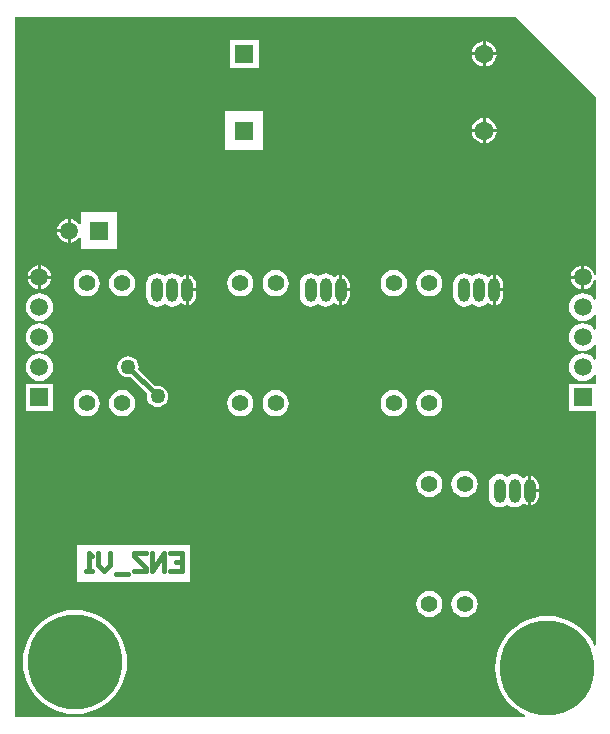
<source format=gbl>
G04*
G04 #@! TF.GenerationSoftware,Altium Limited,Altium Designer,20.0.13 (296)*
G04*
G04 Layer_Physical_Order=2*
G04 Layer_Color=16711680*
%FSLAX25Y25*%
%MOIN*%
G70*
G01*
G75*
%ADD12C,0.01600*%
%ADD13C,0.01787*%
%ADD14O,0.03937X0.07874*%
%ADD15O,0.03937X0.07874*%
%ADD16C,0.05512*%
%ADD17C,0.31496*%
%ADD18C,0.06299*%
%ADD19R,0.06299X0.06299*%
%ADD20R,0.05906X0.05906*%
%ADD21C,0.05906*%
%ADD22R,0.05906X0.05906*%
%ADD23C,0.05000*%
G36*
X195321Y208028D02*
Y148827D01*
X194821Y148794D01*
X194796Y148985D01*
X194398Y149946D01*
X193764Y150772D01*
X192938Y151406D01*
X191977Y151804D01*
X191445Y151874D01*
Y147953D01*
Y144032D01*
X191977Y144102D01*
X192938Y144500D01*
X193764Y145134D01*
X194398Y145959D01*
X194796Y146921D01*
X194821Y147112D01*
X195321Y147079D01*
Y140543D01*
X194821Y140380D01*
X194192Y141200D01*
X193241Y141930D01*
X192133Y142388D01*
X190945Y142545D01*
X189756Y142388D01*
X188649Y141930D01*
X187698Y141200D01*
X186968Y140249D01*
X186509Y139141D01*
X186353Y137953D01*
X186509Y136764D01*
X186968Y135657D01*
X187698Y134706D01*
X188649Y133976D01*
X189756Y133517D01*
X190945Y133361D01*
X192133Y133517D01*
X193241Y133976D01*
X194192Y134706D01*
X194821Y135526D01*
X195321Y135362D01*
Y130543D01*
X194821Y130380D01*
X194192Y131200D01*
X193241Y131930D01*
X192133Y132388D01*
X190945Y132545D01*
X189756Y132388D01*
X188649Y131930D01*
X187698Y131200D01*
X186968Y130249D01*
X186509Y129141D01*
X186353Y127953D01*
X186509Y126764D01*
X186968Y125657D01*
X187698Y124706D01*
X188649Y123976D01*
X189756Y123517D01*
X190945Y123361D01*
X192133Y123517D01*
X193241Y123976D01*
X194192Y124706D01*
X194821Y125525D01*
X195321Y125362D01*
Y120543D01*
X194821Y120380D01*
X194192Y121200D01*
X193241Y121930D01*
X192133Y122388D01*
X190945Y122545D01*
X189756Y122388D01*
X188649Y121930D01*
X187698Y121200D01*
X186968Y120249D01*
X186509Y119141D01*
X186353Y117953D01*
X186509Y116764D01*
X186968Y115657D01*
X187698Y114706D01*
X188649Y113976D01*
X189756Y113517D01*
X190945Y113361D01*
X192133Y113517D01*
X193241Y113976D01*
X194192Y114706D01*
X194821Y115525D01*
X195321Y115362D01*
Y112505D01*
X186392D01*
Y103400D01*
X195321D01*
Y25246D01*
X194821Y25130D01*
X194190Y26409D01*
X192927Y28300D01*
X191427Y30010D01*
X189717Y31509D01*
X187827Y32773D01*
X185787Y33778D01*
X183633Y34509D01*
X181403Y34953D01*
X179134Y35102D01*
X176865Y34953D01*
X174634Y34509D01*
X172481Y33778D01*
X170441Y32773D01*
X168550Y31509D01*
X166841Y30010D01*
X165341Y28300D01*
X164078Y26409D01*
X163072Y24370D01*
X162341Y22216D01*
X161897Y19986D01*
X161749Y17717D01*
X161897Y15447D01*
X162341Y13217D01*
X163072Y11063D01*
X164078Y9024D01*
X165341Y7133D01*
X166841Y5423D01*
X168550Y3924D01*
X170441Y2661D01*
X171721Y2029D01*
X171604Y1529D01*
X1529D01*
Y234691D01*
X168658D01*
X195321Y208028D01*
D02*
G37*
%LPC*%
G36*
X158610Y226560D02*
Y222941D01*
X162230D01*
X162153Y223524D01*
X161735Y224534D01*
X161070Y225400D01*
X160203Y226066D01*
X159194Y226484D01*
X158610Y226560D01*
D02*
G37*
G36*
X157610D02*
X157027Y226484D01*
X156017Y226066D01*
X155151Y225400D01*
X154486Y224534D01*
X154067Y223524D01*
X153991Y222941D01*
X157610D01*
Y226560D01*
D02*
G37*
G36*
X162230Y221941D02*
X158610D01*
Y218321D01*
X159194Y218398D01*
X160203Y218816D01*
X161070Y219481D01*
X161735Y220348D01*
X162153Y221358D01*
X162230Y221941D01*
D02*
G37*
G36*
X157610D02*
X153991D01*
X154067Y221358D01*
X154486Y220348D01*
X155151Y219481D01*
X156017Y218816D01*
X157027Y218398D01*
X157610Y218321D01*
Y221941D01*
D02*
G37*
G36*
X82860Y227190D02*
X73361D01*
Y217691D01*
X82860D01*
Y227190D01*
D02*
G37*
G36*
X158610Y200970D02*
Y197350D01*
X162230D01*
X162153Y197934D01*
X161735Y198943D01*
X161070Y199810D01*
X160203Y200475D01*
X159194Y200893D01*
X158610Y200970D01*
D02*
G37*
G36*
X157610D02*
X157027Y200893D01*
X156017Y200475D01*
X155151Y199810D01*
X154486Y198943D01*
X154067Y197934D01*
X153991Y197350D01*
X157610D01*
Y200970D01*
D02*
G37*
G36*
X162230Y196350D02*
X158610D01*
Y192731D01*
X159194Y192808D01*
X160203Y193226D01*
X161070Y193891D01*
X161735Y194758D01*
X162153Y195767D01*
X162230Y196350D01*
D02*
G37*
G36*
X157610D02*
X153991D01*
X154067Y195767D01*
X154486Y194758D01*
X155151Y193891D01*
X156017Y193226D01*
X157027Y192808D01*
X157610Y192731D01*
Y196350D01*
D02*
G37*
G36*
X84460Y203200D02*
X71761D01*
Y190501D01*
X84460D01*
Y203200D01*
D02*
G37*
G36*
X35838Y169539D02*
X23532D01*
Y165686D01*
X23032Y165517D01*
X22504Y166205D01*
X21678Y166839D01*
X20717Y167237D01*
X20185Y167307D01*
Y163386D01*
Y159465D01*
X20717Y159535D01*
X21678Y159933D01*
X22504Y160567D01*
X23032Y161255D01*
X23532Y161085D01*
Y157233D01*
X35838D01*
Y169539D01*
D02*
G37*
G36*
X19185Y167307D02*
X18653Y167237D01*
X17692Y166839D01*
X16866Y166205D01*
X16232Y165379D01*
X15834Y164418D01*
X15764Y163886D01*
X19185D01*
Y167307D01*
D02*
G37*
G36*
Y162886D02*
X15764D01*
X15834Y162354D01*
X16232Y161392D01*
X16866Y160567D01*
X17692Y159933D01*
X18653Y159535D01*
X19185Y159465D01*
Y162886D01*
D02*
G37*
G36*
X10343Y151874D02*
Y148453D01*
X13764D01*
X13693Y148985D01*
X13295Y149946D01*
X12662Y150772D01*
X11836Y151406D01*
X10874Y151804D01*
X10343Y151874D01*
D02*
G37*
G36*
X9342D02*
X8811Y151804D01*
X7849Y151406D01*
X7023Y150772D01*
X6390Y149946D01*
X5991Y148985D01*
X5922Y148453D01*
X9342D01*
Y151874D01*
D02*
G37*
G36*
X190445D02*
X189913Y151804D01*
X188951Y151406D01*
X188126Y150772D01*
X187492Y149946D01*
X187094Y148985D01*
X187024Y148453D01*
X190445D01*
Y151874D01*
D02*
G37*
G36*
X161917Y148598D02*
Y144201D01*
X164411D01*
Y145669D01*
X164309Y146444D01*
X164010Y147166D01*
X163534Y147786D01*
X162914Y148262D01*
X162192Y148561D01*
X161917Y148598D01*
D02*
G37*
G36*
X110736D02*
Y144201D01*
X113230D01*
Y145669D01*
X113128Y146444D01*
X112829Y147166D01*
X112353Y147786D01*
X111733Y148262D01*
X111011Y148561D01*
X110736Y148598D01*
D02*
G37*
G36*
X59555D02*
Y144201D01*
X62049D01*
Y145669D01*
X61947Y146444D01*
X61648Y147166D01*
X61172Y147786D01*
X60552Y148262D01*
X59830Y148561D01*
X59555Y148598D01*
D02*
G37*
G36*
X13764Y147453D02*
X10343D01*
Y144032D01*
X10874Y144102D01*
X11836Y144500D01*
X12662Y145134D01*
X13295Y145959D01*
X13693Y146921D01*
X13764Y147453D01*
D02*
G37*
G36*
X9342D02*
X5922D01*
X5991Y146921D01*
X6390Y145959D01*
X7023Y145134D01*
X7849Y144500D01*
X8811Y144102D01*
X9342Y144032D01*
Y147453D01*
D02*
G37*
G36*
X190445D02*
X187024D01*
X187094Y146921D01*
X187492Y145959D01*
X188126Y145134D01*
X188951Y144500D01*
X189913Y144102D01*
X190445Y144032D01*
Y147453D01*
D02*
G37*
G36*
X139764Y150378D02*
X138627Y150228D01*
X137567Y149789D01*
X136657Y149091D01*
X135959Y148181D01*
X135520Y147121D01*
X135370Y145984D01*
X135520Y144847D01*
X135959Y143788D01*
X136657Y142878D01*
X137567Y142179D01*
X138627Y141741D01*
X139764Y141591D01*
X140901Y141741D01*
X141961Y142179D01*
X142870Y142878D01*
X143569Y143788D01*
X144008Y144847D01*
X144157Y145984D01*
X144008Y147121D01*
X143569Y148181D01*
X142870Y149091D01*
X141961Y149789D01*
X140901Y150228D01*
X139764Y150378D01*
D02*
G37*
G36*
X127953D02*
X126816Y150228D01*
X125756Y149789D01*
X124846Y149091D01*
X124148Y148181D01*
X123709Y147121D01*
X123559Y145984D01*
X123709Y144847D01*
X124148Y143788D01*
X124846Y142878D01*
X125756Y142179D01*
X126816Y141741D01*
X127953Y141591D01*
X129090Y141741D01*
X130149Y142179D01*
X131059Y142878D01*
X131758Y143788D01*
X132197Y144847D01*
X132346Y145984D01*
X132197Y147121D01*
X131758Y148181D01*
X131059Y149091D01*
X130149Y149789D01*
X129090Y150228D01*
X127953Y150378D01*
D02*
G37*
G36*
X88583D02*
X87446Y150228D01*
X86386Y149789D01*
X85476Y149091D01*
X84778Y148181D01*
X84339Y147121D01*
X84189Y145984D01*
X84339Y144847D01*
X84778Y143788D01*
X85476Y142878D01*
X86386Y142179D01*
X87446Y141741D01*
X88583Y141591D01*
X89720Y141741D01*
X90779Y142179D01*
X91689Y142878D01*
X92387Y143788D01*
X92826Y144847D01*
X92976Y145984D01*
X92826Y147121D01*
X92387Y148181D01*
X91689Y149091D01*
X90779Y149789D01*
X89720Y150228D01*
X88583Y150378D01*
D02*
G37*
G36*
X76772D02*
X75634Y150228D01*
X74575Y149789D01*
X73665Y149091D01*
X72967Y148181D01*
X72528Y147121D01*
X72378Y145984D01*
X72528Y144847D01*
X72967Y143788D01*
X73665Y142878D01*
X74575Y142179D01*
X75634Y141741D01*
X76772Y141591D01*
X77909Y141741D01*
X78968Y142179D01*
X79878Y142878D01*
X80576Y143788D01*
X81015Y144847D01*
X81165Y145984D01*
X81015Y147121D01*
X80576Y148181D01*
X79878Y149091D01*
X78968Y149789D01*
X77909Y150228D01*
X76772Y150378D01*
D02*
G37*
G36*
X37402D02*
X36264Y150228D01*
X35205Y149789D01*
X34295Y149091D01*
X33597Y148181D01*
X33158Y147121D01*
X33008Y145984D01*
X33158Y144847D01*
X33597Y143788D01*
X34295Y142878D01*
X35205Y142179D01*
X36264Y141741D01*
X37402Y141591D01*
X38539Y141741D01*
X39598Y142179D01*
X40508Y142878D01*
X41206Y143788D01*
X41645Y144847D01*
X41795Y145984D01*
X41645Y147121D01*
X41206Y148181D01*
X40508Y149091D01*
X39598Y149789D01*
X38539Y150228D01*
X37402Y150378D01*
D02*
G37*
G36*
X25591D02*
X24453Y150228D01*
X23394Y149789D01*
X22484Y149091D01*
X21786Y148181D01*
X21347Y147121D01*
X21197Y145984D01*
X21347Y144847D01*
X21786Y143788D01*
X22484Y142878D01*
X23394Y142179D01*
X24453Y141741D01*
X25591Y141591D01*
X26728Y141741D01*
X27787Y142179D01*
X28697Y142878D01*
X29395Y143788D01*
X29834Y144847D01*
X29984Y145984D01*
X29834Y147121D01*
X29395Y148181D01*
X28697Y149091D01*
X27787Y149789D01*
X26728Y150228D01*
X25591Y150378D01*
D02*
G37*
G36*
X62049Y143201D02*
X59555D01*
Y138804D01*
X59830Y138840D01*
X60552Y139139D01*
X61172Y139615D01*
X61648Y140235D01*
X61947Y140957D01*
X62049Y141732D01*
Y143201D01*
D02*
G37*
G36*
X113230Y143201D02*
X110736D01*
Y138804D01*
X111011Y138840D01*
X111733Y139139D01*
X112353Y139615D01*
X112829Y140235D01*
X113128Y140957D01*
X113230Y141732D01*
Y143201D01*
D02*
G37*
G36*
X164411D02*
X161917D01*
Y138804D01*
X162192Y138840D01*
X162914Y139139D01*
X163534Y139615D01*
X164010Y140235D01*
X164309Y140957D01*
X164411Y141732D01*
Y143201D01*
D02*
G37*
G36*
X151417Y149269D02*
X150486Y149146D01*
X149618Y148786D01*
X148872Y148214D01*
X148300Y147469D01*
X147941Y146601D01*
X147818Y145669D01*
Y141732D01*
X147941Y140801D01*
X148300Y139933D01*
X148872Y139187D01*
X149618Y138615D01*
X150486Y138256D01*
X151417Y138133D01*
X152349Y138256D01*
X153217Y138615D01*
X153917Y139153D01*
X154618Y138615D01*
X155486Y138256D01*
X156417Y138133D01*
X157349Y138256D01*
X158217Y138615D01*
X158962Y139187D01*
X159291Y139615D01*
X159300D01*
X159920Y139139D01*
X160642Y138840D01*
X160917Y138804D01*
Y143701D01*
Y148598D01*
X160642Y148561D01*
X159920Y148262D01*
X159300Y147786D01*
X159291D01*
X158962Y148214D01*
X158217Y148786D01*
X157349Y149146D01*
X156417Y149269D01*
X155486Y149146D01*
X154618Y148786D01*
X153917Y148249D01*
X153217Y148786D01*
X152349Y149146D01*
X151417Y149269D01*
D02*
G37*
G36*
X100236D02*
X99305Y149146D01*
X98437Y148786D01*
X97691Y148214D01*
X97119Y147469D01*
X96760Y146601D01*
X96637Y145669D01*
Y141732D01*
X96760Y140801D01*
X97119Y139933D01*
X97691Y139187D01*
X98437Y138615D01*
X99305Y138256D01*
X100236Y138133D01*
X101168Y138256D01*
X102036Y138615D01*
X102736Y139153D01*
X103437Y138615D01*
X104305Y138256D01*
X105236Y138133D01*
X106168Y138256D01*
X107036Y138615D01*
X107781Y139187D01*
X108110Y139615D01*
X108119D01*
X108739Y139139D01*
X109461Y138840D01*
X109736Y138804D01*
Y143701D01*
Y148598D01*
X109461Y148561D01*
X108739Y148262D01*
X108119Y147786D01*
X108110D01*
X107781Y148214D01*
X107036Y148786D01*
X106168Y149146D01*
X105236Y149269D01*
X104305Y149146D01*
X103437Y148786D01*
X102736Y148249D01*
X102036Y148786D01*
X101168Y149146D01*
X100236Y149269D01*
D02*
G37*
G36*
X49055D02*
X48124Y149146D01*
X47256Y148786D01*
X46510Y148214D01*
X45938Y147469D01*
X45579Y146601D01*
X45456Y145669D01*
Y141732D01*
X45579Y140801D01*
X45938Y139933D01*
X46510Y139187D01*
X47256Y138615D01*
X48124Y138256D01*
X49055Y138133D01*
X49987Y138256D01*
X50855Y138615D01*
X51555Y139153D01*
X52255Y138615D01*
X53124Y138256D01*
X54055Y138133D01*
X54987Y138256D01*
X55855Y138615D01*
X56600Y139187D01*
X56928Y139615D01*
X56938D01*
X57558Y139139D01*
X58280Y138840D01*
X58555Y138804D01*
Y143701D01*
Y148598D01*
X58280Y148561D01*
X57558Y148262D01*
X56938Y147786D01*
X56928D01*
X56600Y148214D01*
X55855Y148786D01*
X54987Y149146D01*
X54055Y149269D01*
X53124Y149146D01*
X52255Y148786D01*
X51555Y148249D01*
X50855Y148786D01*
X49987Y149146D01*
X49055Y149269D01*
D02*
G37*
G36*
X9843Y142545D02*
X8654Y142388D01*
X7547Y141930D01*
X6595Y141200D01*
X5866Y140249D01*
X5407Y139141D01*
X5251Y137953D01*
X5407Y136764D01*
X5866Y135657D01*
X6595Y134706D01*
X7547Y133976D01*
X8654Y133517D01*
X9843Y133361D01*
X11031Y133517D01*
X12139Y133976D01*
X13090Y134706D01*
X13819Y135657D01*
X14278Y136764D01*
X14435Y137953D01*
X14278Y139141D01*
X13819Y140249D01*
X13090Y141200D01*
X12139Y141930D01*
X11031Y142388D01*
X9843Y142545D01*
D02*
G37*
G36*
Y132545D02*
X8654Y132388D01*
X7547Y131930D01*
X6595Y131200D01*
X5866Y130249D01*
X5407Y129141D01*
X5251Y127953D01*
X5407Y126764D01*
X5866Y125657D01*
X6595Y124706D01*
X7547Y123976D01*
X8654Y123517D01*
X9843Y123361D01*
X11031Y123517D01*
X12139Y123976D01*
X13090Y124706D01*
X13819Y125657D01*
X14278Y126764D01*
X14435Y127953D01*
X14278Y129141D01*
X13819Y130249D01*
X13090Y131200D01*
X12139Y131930D01*
X11031Y132388D01*
X9843Y132545D01*
D02*
G37*
G36*
Y122545D02*
X8654Y122388D01*
X7547Y121930D01*
X6595Y121200D01*
X5866Y120249D01*
X5407Y119141D01*
X5251Y117953D01*
X5407Y116764D01*
X5866Y115657D01*
X6595Y114706D01*
X7547Y113976D01*
X8654Y113517D01*
X9843Y113361D01*
X11031Y113517D01*
X12139Y113976D01*
X13090Y114706D01*
X13819Y115657D01*
X14278Y116764D01*
X14435Y117953D01*
X14278Y119141D01*
X13819Y120249D01*
X13090Y121200D01*
X12139Y121930D01*
X11031Y122388D01*
X9843Y122545D01*
D02*
G37*
G36*
X39370Y121640D02*
X38456Y121520D01*
X37605Y121168D01*
X36874Y120607D01*
X36313Y119875D01*
X35960Y119024D01*
X35840Y118110D01*
X35960Y117197D01*
X36313Y116345D01*
X36874Y115614D01*
X37605Y115053D01*
X38456Y114700D01*
X39370Y114580D01*
X40196Y114689D01*
X45791Y109094D01*
X45682Y108268D01*
X45803Y107354D01*
X46155Y106503D01*
X46716Y105772D01*
X47447Y105210D01*
X48299Y104858D01*
X49213Y104737D01*
X50126Y104858D01*
X50978Y105210D01*
X51709Y105772D01*
X52270Y106503D01*
X52622Y107354D01*
X52743Y108268D01*
X52622Y109181D01*
X52270Y110033D01*
X51709Y110764D01*
X50978Y111325D01*
X50126Y111678D01*
X49213Y111798D01*
X48387Y111689D01*
X42792Y117284D01*
X42900Y118110D01*
X42780Y119024D01*
X42427Y119875D01*
X41866Y120607D01*
X41135Y121168D01*
X40284Y121520D01*
X39370Y121640D01*
D02*
G37*
G36*
X14395Y112505D02*
X5290D01*
Y103400D01*
X14395D01*
Y112505D01*
D02*
G37*
G36*
X139764Y110378D02*
X138627Y110228D01*
X137567Y109789D01*
X136657Y109091D01*
X135959Y108181D01*
X135520Y107121D01*
X135370Y105984D01*
X135520Y104847D01*
X135959Y103788D01*
X136657Y102878D01*
X137567Y102179D01*
X138627Y101741D01*
X139764Y101591D01*
X140901Y101741D01*
X141961Y102179D01*
X142870Y102878D01*
X143569Y103788D01*
X144008Y104847D01*
X144157Y105984D01*
X144008Y107121D01*
X143569Y108181D01*
X142870Y109091D01*
X141961Y109789D01*
X140901Y110228D01*
X139764Y110378D01*
D02*
G37*
G36*
X127953D02*
X126816Y110228D01*
X125756Y109789D01*
X124846Y109091D01*
X124148Y108181D01*
X123709Y107121D01*
X123559Y105984D01*
X123709Y104847D01*
X124148Y103788D01*
X124846Y102878D01*
X125756Y102179D01*
X126816Y101741D01*
X127953Y101591D01*
X129090Y101741D01*
X130149Y102179D01*
X131059Y102878D01*
X131758Y103788D01*
X132197Y104847D01*
X132346Y105984D01*
X132197Y107121D01*
X131758Y108181D01*
X131059Y109091D01*
X130149Y109789D01*
X129090Y110228D01*
X127953Y110378D01*
D02*
G37*
G36*
X88583D02*
X87446Y110228D01*
X86386Y109789D01*
X85476Y109091D01*
X84778Y108181D01*
X84339Y107121D01*
X84189Y105984D01*
X84339Y104847D01*
X84778Y103788D01*
X85476Y102878D01*
X86386Y102179D01*
X87446Y101741D01*
X88583Y101591D01*
X89720Y101741D01*
X90779Y102179D01*
X91689Y102878D01*
X92387Y103788D01*
X92826Y104847D01*
X92976Y105984D01*
X92826Y107121D01*
X92387Y108181D01*
X91689Y109091D01*
X90779Y109789D01*
X89720Y110228D01*
X88583Y110378D01*
D02*
G37*
G36*
X76772D02*
X75634Y110228D01*
X74575Y109789D01*
X73665Y109091D01*
X72967Y108181D01*
X72528Y107121D01*
X72378Y105984D01*
X72528Y104847D01*
X72967Y103788D01*
X73665Y102878D01*
X74575Y102179D01*
X75634Y101741D01*
X76772Y101591D01*
X77909Y101741D01*
X78968Y102179D01*
X79878Y102878D01*
X80576Y103788D01*
X81015Y104847D01*
X81165Y105984D01*
X81015Y107121D01*
X80576Y108181D01*
X79878Y109091D01*
X78968Y109789D01*
X77909Y110228D01*
X76772Y110378D01*
D02*
G37*
G36*
X37402D02*
X36264Y110228D01*
X35205Y109789D01*
X34295Y109091D01*
X33597Y108181D01*
X33158Y107121D01*
X33008Y105984D01*
X33158Y104847D01*
X33597Y103788D01*
X34295Y102878D01*
X35205Y102179D01*
X36264Y101741D01*
X37402Y101591D01*
X38539Y101741D01*
X39598Y102179D01*
X40508Y102878D01*
X41206Y103788D01*
X41645Y104847D01*
X41795Y105984D01*
X41645Y107121D01*
X41206Y108181D01*
X40508Y109091D01*
X39598Y109789D01*
X38539Y110228D01*
X37402Y110378D01*
D02*
G37*
G36*
X25591D02*
X24453Y110228D01*
X23394Y109789D01*
X22484Y109091D01*
X21786Y108181D01*
X21347Y107121D01*
X21197Y105984D01*
X21347Y104847D01*
X21786Y103788D01*
X22484Y102878D01*
X23394Y102179D01*
X24453Y101741D01*
X25591Y101591D01*
X26728Y101741D01*
X27787Y102179D01*
X28697Y102878D01*
X29395Y103788D01*
X29834Y104847D01*
X29984Y105984D01*
X29834Y107121D01*
X29395Y108181D01*
X28697Y109091D01*
X27787Y109789D01*
X26728Y110228D01*
X25591Y110378D01*
D02*
G37*
G36*
X173728Y81669D02*
Y77272D01*
X176223D01*
Y78740D01*
X176120Y79515D01*
X175821Y80237D01*
X175346Y80857D01*
X174725Y81333D01*
X174003Y81632D01*
X173728Y81669D01*
D02*
G37*
G36*
X151575Y83449D02*
X150438Y83299D01*
X149378Y82860D01*
X148468Y82162D01*
X147770Y81252D01*
X147331Y80192D01*
X147181Y79055D01*
X147331Y77918D01*
X147770Y76858D01*
X148468Y75949D01*
X149378Y75250D01*
X150438Y74811D01*
X151575Y74662D01*
X152712Y74811D01*
X153771Y75250D01*
X154682Y75949D01*
X155380Y76858D01*
X155819Y77918D01*
X155968Y79055D01*
X155819Y80192D01*
X155380Y81252D01*
X154682Y82162D01*
X153771Y82860D01*
X152712Y83299D01*
X151575Y83449D01*
D02*
G37*
G36*
X139764D02*
X138627Y83299D01*
X137567Y82860D01*
X136657Y82162D01*
X135959Y81252D01*
X135520Y80192D01*
X135370Y79055D01*
X135520Y77918D01*
X135959Y76858D01*
X136657Y75949D01*
X137567Y75250D01*
X138627Y74811D01*
X139764Y74662D01*
X140901Y74811D01*
X141961Y75250D01*
X142870Y75949D01*
X143569Y76858D01*
X144008Y77918D01*
X144157Y79055D01*
X144008Y80192D01*
X143569Y81252D01*
X142870Y82162D01*
X141961Y82860D01*
X140901Y83299D01*
X139764Y83449D01*
D02*
G37*
G36*
X176223Y76272D02*
X173728D01*
Y71875D01*
X174003Y71911D01*
X174725Y72210D01*
X175346Y72686D01*
X175821Y73306D01*
X176120Y74028D01*
X176223Y74803D01*
Y76272D01*
D02*
G37*
G36*
X163228Y82340D02*
X162297Y82217D01*
X161429Y81857D01*
X160683Y81285D01*
X160111Y80540D01*
X159752Y79672D01*
X159629Y78740D01*
Y74803D01*
X159752Y73872D01*
X160111Y73004D01*
X160683Y72258D01*
X161429Y71686D01*
X162297Y71327D01*
X163228Y71204D01*
X164160Y71327D01*
X165028Y71686D01*
X165728Y72224D01*
X166429Y71686D01*
X167297Y71327D01*
X168228Y71204D01*
X169160Y71327D01*
X170028Y71686D01*
X170773Y72258D01*
X171102Y72686D01*
X171111D01*
X171731Y72210D01*
X172453Y71911D01*
X172728Y71875D01*
Y76772D01*
Y81669D01*
X172453Y81632D01*
X171731Y81333D01*
X171111Y80857D01*
X171102D01*
X170773Y81285D01*
X170028Y81857D01*
X169160Y82217D01*
X168228Y82339D01*
X167297Y82217D01*
X166429Y81857D01*
X165728Y81320D01*
X165028Y81857D01*
X164160Y82217D01*
X163228Y82340D01*
D02*
G37*
G36*
X60055Y58817D02*
X22491D01*
Y46244D01*
X60055D01*
Y58817D01*
D02*
G37*
G36*
X151575Y43449D02*
X150438Y43299D01*
X149378Y42860D01*
X148468Y42162D01*
X147770Y41252D01*
X147331Y40192D01*
X147181Y39055D01*
X147331Y37918D01*
X147770Y36858D01*
X148468Y35949D01*
X149378Y35250D01*
X150438Y34811D01*
X151575Y34662D01*
X152712Y34811D01*
X153771Y35250D01*
X154682Y35949D01*
X155380Y36858D01*
X155819Y37918D01*
X155968Y39055D01*
X155819Y40192D01*
X155380Y41252D01*
X154682Y42162D01*
X153771Y42860D01*
X152712Y43299D01*
X151575Y43449D01*
D02*
G37*
G36*
X139764D02*
X138627Y43299D01*
X137567Y42860D01*
X136657Y42162D01*
X135959Y41252D01*
X135520Y40192D01*
X135370Y39055D01*
X135520Y37918D01*
X135959Y36858D01*
X136657Y35949D01*
X137567Y35250D01*
X138627Y34811D01*
X139764Y34662D01*
X140901Y34811D01*
X141961Y35250D01*
X142870Y35949D01*
X143569Y36858D01*
X144008Y37918D01*
X144157Y39055D01*
X144008Y40192D01*
X143569Y41252D01*
X142870Y42162D01*
X141961Y42860D01*
X140901Y43299D01*
X139764Y43449D01*
D02*
G37*
G36*
X21654Y37070D02*
X19384Y36922D01*
X17154Y36478D01*
X15000Y35747D01*
X12961Y34741D01*
X11070Y33478D01*
X9360Y31978D01*
X7861Y30268D01*
X6598Y28378D01*
X5592Y26338D01*
X4861Y24185D01*
X4417Y21954D01*
X4268Y19685D01*
X4417Y17416D01*
X4861Y15185D01*
X5592Y13032D01*
X6598Y10992D01*
X7861Y9102D01*
X9360Y7392D01*
X11070Y5892D01*
X12961Y4629D01*
X15000Y3623D01*
X17154Y2892D01*
X19384Y2448D01*
X21654Y2300D01*
X23923Y2448D01*
X26153Y2892D01*
X28307Y3623D01*
X30346Y4629D01*
X32237Y5892D01*
X33947Y7392D01*
X35446Y9102D01*
X36710Y10992D01*
X37715Y13032D01*
X38446Y15185D01*
X38890Y17416D01*
X39039Y19685D01*
X38890Y21954D01*
X38446Y24185D01*
X37715Y26338D01*
X36710Y28378D01*
X35446Y30268D01*
X33947Y31978D01*
X32237Y33478D01*
X30346Y34741D01*
X28307Y35747D01*
X26153Y36478D01*
X23923Y36922D01*
X21654Y37070D01*
D02*
G37*
%LPD*%
D12*
X39370Y118110D02*
X49213Y108268D01*
D13*
X53269Y56029D02*
X57268D01*
Y50031D01*
X53269D01*
X57268Y53030D02*
X55268D01*
X51270Y50031D02*
Y56029D01*
X47271Y50031D01*
Y56029D01*
X45272D02*
X41273D01*
Y55029D01*
X45272Y51031D01*
Y50031D01*
X41273D01*
X39274Y49031D02*
X35275D01*
X33275Y56029D02*
Y52030D01*
X31276Y50031D01*
X29277Y52030D01*
Y56029D01*
X27277Y50031D02*
X25278D01*
X26278D01*
Y56029D01*
X27277Y55029D01*
D14*
X151417Y143701D02*
D03*
X161417D02*
D03*
X100236D02*
D03*
X110236D02*
D03*
X49055D02*
D03*
X59055D02*
D03*
X163228Y76772D02*
D03*
X173228D02*
D03*
D15*
X156417Y143701D02*
D03*
X105236D02*
D03*
X54055D02*
D03*
X168228Y76772D02*
D03*
D16*
X139764Y105984D02*
D03*
Y145984D02*
D03*
X127953Y105984D02*
D03*
Y145984D02*
D03*
X88583Y105984D02*
D03*
Y145984D02*
D03*
X76772Y105984D02*
D03*
Y145984D02*
D03*
X37402Y105984D02*
D03*
Y145984D02*
D03*
X25591Y105984D02*
D03*
Y145984D02*
D03*
X151575Y39055D02*
D03*
Y79055D02*
D03*
X139764Y39055D02*
D03*
Y79055D02*
D03*
D17*
X179134Y17717D02*
D03*
X21654Y19685D02*
D03*
D18*
X158110Y222441D02*
D03*
Y196850D02*
D03*
D19*
X78110Y222441D02*
D03*
Y196850D02*
D03*
D20*
X29685Y163386D02*
D03*
D21*
X19685D02*
D03*
X9843Y147953D02*
D03*
Y137953D02*
D03*
Y127953D02*
D03*
Y117953D02*
D03*
X190945Y147953D02*
D03*
Y137953D02*
D03*
Y127953D02*
D03*
Y117953D02*
D03*
D22*
X9843Y107953D02*
D03*
X190945D02*
D03*
D23*
X39370Y118110D02*
D03*
X49213Y108268D02*
D03*
M02*

</source>
